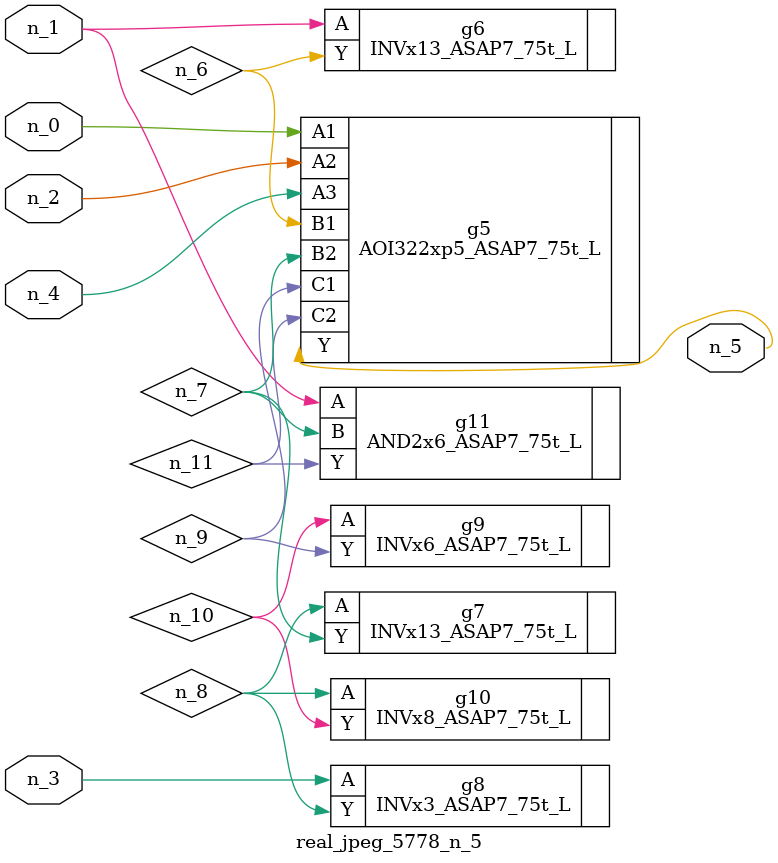
<source format=v>
module real_jpeg_5778_n_5 (n_4, n_0, n_1, n_2, n_3, n_5);

input n_4;
input n_0;
input n_1;
input n_2;
input n_3;

output n_5;

wire n_8;
wire n_11;
wire n_6;
wire n_7;
wire n_10;
wire n_9;

AOI322xp5_ASAP7_75t_L g5 ( 
.A1(n_0),
.A2(n_2),
.A3(n_4),
.B1(n_6),
.B2(n_7),
.C1(n_9),
.C2(n_11),
.Y(n_5)
);

INVx13_ASAP7_75t_L g6 ( 
.A(n_1),
.Y(n_6)
);

AND2x6_ASAP7_75t_L g11 ( 
.A(n_1),
.B(n_7),
.Y(n_11)
);

INVx3_ASAP7_75t_L g8 ( 
.A(n_3),
.Y(n_8)
);

INVx13_ASAP7_75t_L g7 ( 
.A(n_8),
.Y(n_7)
);

INVx8_ASAP7_75t_L g10 ( 
.A(n_8),
.Y(n_10)
);

INVx6_ASAP7_75t_L g9 ( 
.A(n_10),
.Y(n_9)
);


endmodule
</source>
